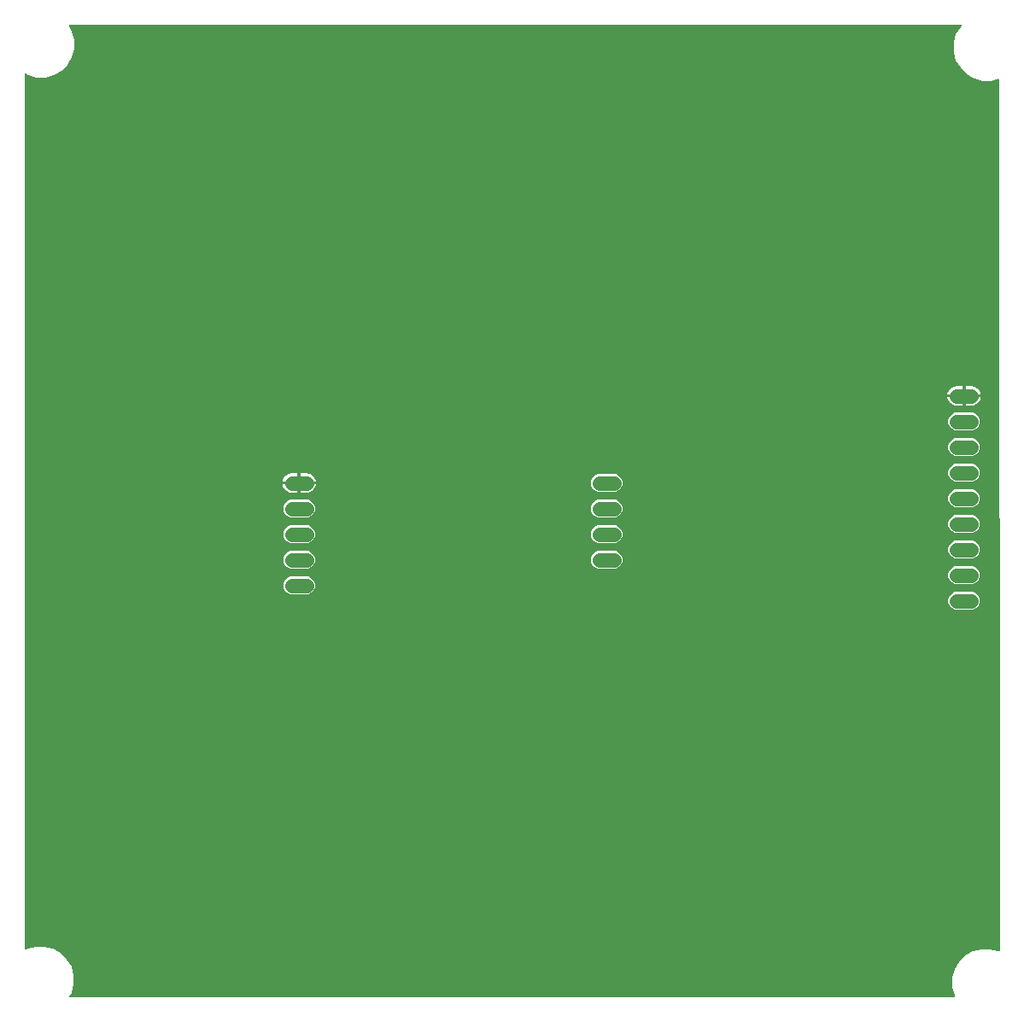
<source format=gbr>
G04 EAGLE Gerber RS-274X export*
G75*
%MOMM*%
%FSLAX34Y34*%
%LPD*%
%INTop Copper*%
%IPPOS*%
%AMOC8*
5,1,8,0,0,1.08239X$1,22.5*%
G01*
%ADD10C,1.408000*%

G36*
X931665Y10760D02*
X931665Y10760D01*
X931759Y10776D01*
X931854Y10784D01*
X931880Y10796D01*
X931908Y10800D01*
X931992Y10845D01*
X932079Y10883D01*
X932100Y10902D01*
X932125Y10915D01*
X932191Y10984D01*
X932261Y11048D01*
X932275Y11073D01*
X932294Y11094D01*
X932334Y11180D01*
X932381Y11263D01*
X932386Y11291D01*
X932398Y11317D01*
X932408Y11412D01*
X932426Y11505D01*
X932422Y11533D01*
X932425Y11562D01*
X932405Y11654D01*
X932391Y11749D01*
X932377Y11781D01*
X932372Y11802D01*
X932355Y11830D01*
X932324Y11902D01*
X931890Y12654D01*
X929639Y21053D01*
X929639Y29747D01*
X931890Y38146D01*
X936237Y45675D01*
X942385Y51823D01*
X949914Y56170D01*
X958313Y58421D01*
X967007Y58421D01*
X975491Y56148D01*
X975502Y56142D01*
X975529Y56139D01*
X975553Y56130D01*
X975651Y56126D01*
X975747Y56115D01*
X975773Y56121D01*
X975799Y56120D01*
X975892Y56147D01*
X975987Y56168D01*
X976010Y56181D01*
X976035Y56189D01*
X976115Y56244D01*
X976198Y56294D01*
X976215Y56314D01*
X976237Y56329D01*
X976295Y56407D01*
X976358Y56481D01*
X976368Y56506D01*
X976384Y56527D01*
X976413Y56619D01*
X976450Y56709D01*
X976453Y56742D01*
X976459Y56761D01*
X976459Y56794D01*
X976468Y56876D01*
X975911Y920533D01*
X975892Y920650D01*
X975874Y920768D01*
X975872Y920772D01*
X975871Y920776D01*
X975816Y920881D01*
X975761Y920986D01*
X975758Y920989D01*
X975756Y920993D01*
X975670Y921074D01*
X975585Y921158D01*
X975581Y921159D01*
X975578Y921162D01*
X975471Y921212D01*
X975363Y921264D01*
X975358Y921264D01*
X975354Y921266D01*
X975238Y921279D01*
X975119Y921293D01*
X975113Y921293D01*
X975110Y921293D01*
X975096Y921290D01*
X974953Y921268D01*
X968277Y919479D01*
X959583Y919479D01*
X951184Y921730D01*
X943655Y926077D01*
X937507Y932225D01*
X933160Y939754D01*
X930909Y948153D01*
X930909Y956847D01*
X933160Y965246D01*
X937507Y972775D01*
X938661Y973929D01*
X938703Y973987D01*
X938752Y974040D01*
X938774Y974087D01*
X938804Y974129D01*
X938825Y974197D01*
X938856Y974263D01*
X938861Y974314D01*
X938876Y974364D01*
X938875Y974436D01*
X938882Y974507D01*
X938871Y974558D01*
X938870Y974610D01*
X938845Y974677D01*
X938830Y974747D01*
X938803Y974792D01*
X938786Y974841D01*
X938741Y974897D01*
X938704Y974959D01*
X938664Y974992D01*
X938632Y975033D01*
X938571Y975072D01*
X938517Y975118D01*
X938469Y975138D01*
X938425Y975166D01*
X938355Y975183D01*
X938289Y975210D01*
X938218Y975218D01*
X938187Y975226D01*
X938163Y975224D01*
X938122Y975228D01*
X54521Y974660D01*
X54427Y974644D01*
X54333Y974636D01*
X54307Y974624D01*
X54279Y974620D01*
X54195Y974575D01*
X54107Y974537D01*
X54086Y974518D01*
X54061Y974505D01*
X53996Y974436D01*
X53925Y974372D01*
X53912Y974347D01*
X53892Y974326D01*
X53852Y974240D01*
X53806Y974157D01*
X53800Y974129D01*
X53788Y974103D01*
X53778Y974009D01*
X53761Y973915D01*
X53765Y973887D01*
X53762Y973859D01*
X53782Y973766D01*
X53795Y973672D01*
X53809Y973639D01*
X53814Y973618D01*
X53831Y973590D01*
X53862Y973518D01*
X56805Y968421D01*
X59056Y960022D01*
X59056Y951328D01*
X56805Y942929D01*
X52458Y935400D01*
X46310Y929252D01*
X38781Y924905D01*
X30382Y922654D01*
X21688Y922654D01*
X13289Y924905D01*
X10706Y926396D01*
X10616Y926430D01*
X10530Y926470D01*
X10502Y926473D01*
X10476Y926483D01*
X10380Y926487D01*
X10285Y926497D01*
X10258Y926491D01*
X10230Y926492D01*
X10138Y926465D01*
X10045Y926445D01*
X10021Y926430D01*
X9994Y926423D01*
X9916Y926368D01*
X9834Y926319D01*
X9816Y926297D01*
X9793Y926281D01*
X9736Y926204D01*
X9674Y926132D01*
X9663Y926106D01*
X9647Y926083D01*
X9618Y925992D01*
X9582Y925903D01*
X9578Y925868D01*
X9572Y925849D01*
X9573Y925816D01*
X9564Y925737D01*
X10123Y58567D01*
X10138Y58473D01*
X10147Y58378D01*
X10158Y58352D01*
X10163Y58324D01*
X10207Y58240D01*
X10246Y58153D01*
X10265Y58132D01*
X10278Y58107D01*
X10347Y58041D01*
X10411Y57971D01*
X10436Y57957D01*
X10457Y57938D01*
X10543Y57898D01*
X10626Y57851D01*
X10654Y57846D01*
X10680Y57834D01*
X10774Y57824D01*
X10868Y57806D01*
X10896Y57810D01*
X10924Y57807D01*
X11017Y57827D01*
X11111Y57841D01*
X11144Y57855D01*
X11164Y57860D01*
X11193Y57877D01*
X11265Y57908D01*
X12654Y58710D01*
X21053Y60961D01*
X29747Y60961D01*
X38146Y58710D01*
X45675Y54363D01*
X51823Y48215D01*
X56170Y40686D01*
X58421Y32287D01*
X58421Y23593D01*
X56170Y15194D01*
X53944Y11338D01*
X53910Y11248D01*
X53870Y11162D01*
X53867Y11134D01*
X53857Y11108D01*
X53853Y11012D01*
X53843Y10917D01*
X53849Y10890D01*
X53848Y10862D01*
X53875Y10770D01*
X53895Y10677D01*
X53910Y10653D01*
X53918Y10626D01*
X53972Y10548D01*
X54022Y10466D01*
X54043Y10448D01*
X54059Y10425D01*
X54136Y10368D01*
X54209Y10306D01*
X54235Y10296D01*
X54257Y10279D01*
X54348Y10250D01*
X54437Y10214D01*
X54472Y10210D01*
X54491Y10204D01*
X54524Y10205D01*
X54603Y10196D01*
X931665Y10760D01*
G37*
%LPC*%
G36*
X932326Y573095D02*
X932326Y573095D01*
X929178Y574399D01*
X926769Y576808D01*
X925465Y579956D01*
X925465Y583364D01*
X926769Y586512D01*
X929178Y588921D01*
X932326Y590225D01*
X949814Y590225D01*
X952962Y588921D01*
X955371Y586512D01*
X956675Y583364D01*
X956675Y579956D01*
X955371Y576808D01*
X952962Y574399D01*
X949814Y573095D01*
X932326Y573095D01*
G37*
%LPD*%
%LPC*%
G36*
X932326Y547695D02*
X932326Y547695D01*
X929178Y548999D01*
X926769Y551408D01*
X925465Y554556D01*
X925465Y557964D01*
X926769Y561112D01*
X929178Y563521D01*
X932326Y564825D01*
X949814Y564825D01*
X952962Y563521D01*
X955371Y561112D01*
X956675Y557964D01*
X956675Y554556D01*
X955371Y551408D01*
X952962Y548999D01*
X949814Y547695D01*
X932326Y547695D01*
G37*
%LPD*%
%LPC*%
G36*
X932326Y522295D02*
X932326Y522295D01*
X929178Y523599D01*
X926769Y526008D01*
X925465Y529156D01*
X925465Y532564D01*
X926769Y535712D01*
X929178Y538121D01*
X932326Y539425D01*
X949814Y539425D01*
X952962Y538121D01*
X955371Y535712D01*
X956675Y532564D01*
X956675Y529156D01*
X955371Y526008D01*
X952962Y523599D01*
X949814Y522295D01*
X932326Y522295D01*
G37*
%LPD*%
%LPC*%
G36*
X577996Y512135D02*
X577996Y512135D01*
X574848Y513439D01*
X572439Y515848D01*
X571135Y518996D01*
X571135Y522404D01*
X572439Y525552D01*
X574848Y527961D01*
X577996Y529265D01*
X595484Y529265D01*
X598632Y527961D01*
X601041Y525552D01*
X602345Y522404D01*
X602345Y518996D01*
X601041Y515848D01*
X598632Y513439D01*
X595484Y512135D01*
X577996Y512135D01*
G37*
%LPD*%
%LPC*%
G36*
X932326Y496895D02*
X932326Y496895D01*
X929178Y498199D01*
X926769Y500608D01*
X925465Y503756D01*
X925465Y507164D01*
X926769Y510312D01*
X929178Y512721D01*
X932326Y514025D01*
X949814Y514025D01*
X952962Y512721D01*
X955371Y510312D01*
X956675Y507164D01*
X956675Y503756D01*
X955371Y500608D01*
X952962Y498199D01*
X949814Y496895D01*
X932326Y496895D01*
G37*
%LPD*%
%LPC*%
G36*
X577996Y486735D02*
X577996Y486735D01*
X574848Y488039D01*
X572439Y490448D01*
X571135Y493596D01*
X571135Y497004D01*
X572439Y500152D01*
X574848Y502561D01*
X577996Y503865D01*
X595484Y503865D01*
X598632Y502561D01*
X601041Y500152D01*
X602345Y497004D01*
X602345Y493596D01*
X601041Y490448D01*
X598632Y488039D01*
X595484Y486735D01*
X577996Y486735D01*
G37*
%LPD*%
%LPC*%
G36*
X273196Y486735D02*
X273196Y486735D01*
X270048Y488039D01*
X267639Y490448D01*
X266335Y493596D01*
X266335Y497004D01*
X267639Y500152D01*
X270048Y502561D01*
X273196Y503865D01*
X290684Y503865D01*
X293832Y502561D01*
X296241Y500152D01*
X297545Y497004D01*
X297545Y493596D01*
X296241Y490448D01*
X293832Y488039D01*
X290684Y486735D01*
X273196Y486735D01*
G37*
%LPD*%
%LPC*%
G36*
X932326Y471495D02*
X932326Y471495D01*
X929178Y472799D01*
X926769Y475208D01*
X925465Y478356D01*
X925465Y481764D01*
X926769Y484912D01*
X929178Y487321D01*
X932326Y488625D01*
X949814Y488625D01*
X952962Y487321D01*
X955371Y484912D01*
X956675Y481764D01*
X956675Y478356D01*
X955371Y475208D01*
X952962Y472799D01*
X949814Y471495D01*
X932326Y471495D01*
G37*
%LPD*%
%LPC*%
G36*
X577996Y461335D02*
X577996Y461335D01*
X574848Y462639D01*
X572439Y465048D01*
X571135Y468196D01*
X571135Y471604D01*
X572439Y474752D01*
X574848Y477161D01*
X577996Y478465D01*
X595484Y478465D01*
X598632Y477161D01*
X601041Y474752D01*
X602345Y471604D01*
X602345Y468196D01*
X601041Y465048D01*
X598632Y462639D01*
X595484Y461335D01*
X577996Y461335D01*
G37*
%LPD*%
%LPC*%
G36*
X273196Y461335D02*
X273196Y461335D01*
X270048Y462639D01*
X267639Y465048D01*
X266335Y468196D01*
X266335Y471604D01*
X267639Y474752D01*
X270048Y477161D01*
X273196Y478465D01*
X290684Y478465D01*
X293832Y477161D01*
X296241Y474752D01*
X297545Y471604D01*
X297545Y468196D01*
X296241Y465048D01*
X293832Y462639D01*
X290684Y461335D01*
X273196Y461335D01*
G37*
%LPD*%
%LPC*%
G36*
X932326Y446095D02*
X932326Y446095D01*
X929178Y447399D01*
X926769Y449808D01*
X925465Y452956D01*
X925465Y456364D01*
X926769Y459512D01*
X929178Y461921D01*
X932326Y463225D01*
X949814Y463225D01*
X952962Y461921D01*
X955371Y459512D01*
X956675Y456364D01*
X956675Y452956D01*
X955371Y449808D01*
X952962Y447399D01*
X949814Y446095D01*
X932326Y446095D01*
G37*
%LPD*%
%LPC*%
G36*
X577996Y435935D02*
X577996Y435935D01*
X574848Y437239D01*
X572439Y439648D01*
X571135Y442796D01*
X571135Y446204D01*
X572439Y449352D01*
X574848Y451761D01*
X577996Y453065D01*
X595484Y453065D01*
X598632Y451761D01*
X601041Y449352D01*
X602345Y446204D01*
X602345Y442796D01*
X601041Y439648D01*
X598632Y437239D01*
X595484Y435935D01*
X577996Y435935D01*
G37*
%LPD*%
%LPC*%
G36*
X273196Y435935D02*
X273196Y435935D01*
X270048Y437239D01*
X267639Y439648D01*
X266335Y442796D01*
X266335Y446204D01*
X267639Y449352D01*
X270048Y451761D01*
X273196Y453065D01*
X290684Y453065D01*
X293832Y451761D01*
X296241Y449352D01*
X297545Y446204D01*
X297545Y442796D01*
X296241Y439648D01*
X293832Y437239D01*
X290684Y435935D01*
X273196Y435935D01*
G37*
%LPD*%
%LPC*%
G36*
X932326Y420695D02*
X932326Y420695D01*
X929178Y421999D01*
X926769Y424408D01*
X925465Y427556D01*
X925465Y430964D01*
X926769Y434112D01*
X929178Y436521D01*
X932326Y437825D01*
X949814Y437825D01*
X952962Y436521D01*
X955371Y434112D01*
X956675Y430964D01*
X956675Y427556D01*
X955371Y424408D01*
X952962Y421999D01*
X949814Y420695D01*
X932326Y420695D01*
G37*
%LPD*%
%LPC*%
G36*
X273196Y410535D02*
X273196Y410535D01*
X270048Y411839D01*
X267639Y414248D01*
X266335Y417396D01*
X266335Y420804D01*
X267639Y423952D01*
X270048Y426361D01*
X273196Y427665D01*
X290684Y427665D01*
X293832Y426361D01*
X296241Y423952D01*
X297545Y420804D01*
X297545Y417396D01*
X296241Y414248D01*
X293832Y411839D01*
X290684Y410535D01*
X273196Y410535D01*
G37*
%LPD*%
%LPC*%
G36*
X932326Y395295D02*
X932326Y395295D01*
X929178Y396599D01*
X926769Y399008D01*
X925465Y402156D01*
X925465Y405564D01*
X926769Y408712D01*
X929178Y411121D01*
X932326Y412425D01*
X949814Y412425D01*
X952962Y411121D01*
X955371Y408712D01*
X956675Y405564D01*
X956675Y402156D01*
X955371Y399008D01*
X952962Y396599D01*
X949814Y395295D01*
X932326Y395295D01*
G37*
%LPD*%
%LPC*%
G36*
X942593Y608583D02*
X942593Y608583D01*
X942593Y616641D01*
X948864Y616641D01*
X950353Y616405D01*
X951788Y615939D01*
X953131Y615254D01*
X954352Y614368D01*
X955418Y613302D01*
X956304Y612081D01*
X956989Y610738D01*
X957455Y609303D01*
X957569Y608583D01*
X942593Y608583D01*
G37*
%LPD*%
%LPC*%
G36*
X283463Y522223D02*
X283463Y522223D01*
X283463Y530281D01*
X289734Y530281D01*
X291223Y530045D01*
X292658Y529579D01*
X294001Y528894D01*
X295222Y528008D01*
X296288Y526942D01*
X297174Y525721D01*
X297859Y524378D01*
X298325Y522943D01*
X298439Y522223D01*
X283463Y522223D01*
G37*
%LPD*%
%LPC*%
G36*
X924571Y608583D02*
X924571Y608583D01*
X924685Y609303D01*
X925151Y610738D01*
X925836Y612081D01*
X926722Y613302D01*
X927788Y614368D01*
X929009Y615254D01*
X930352Y615939D01*
X931787Y616405D01*
X933276Y616641D01*
X939547Y616641D01*
X939547Y608583D01*
X924571Y608583D01*
G37*
%LPD*%
%LPC*%
G36*
X265441Y522223D02*
X265441Y522223D01*
X265555Y522943D01*
X266021Y524378D01*
X266706Y525721D01*
X267592Y526942D01*
X268658Y528008D01*
X269879Y528894D01*
X271222Y529579D01*
X272657Y530045D01*
X274146Y530281D01*
X280417Y530281D01*
X280417Y522223D01*
X265441Y522223D01*
G37*
%LPD*%
%LPC*%
G36*
X942593Y597479D02*
X942593Y597479D01*
X942593Y605537D01*
X957569Y605537D01*
X957455Y604817D01*
X956989Y603382D01*
X956304Y602039D01*
X955418Y600818D01*
X954352Y599752D01*
X953131Y598866D01*
X951788Y598181D01*
X950353Y597715D01*
X948864Y597479D01*
X942593Y597479D01*
G37*
%LPD*%
%LPC*%
G36*
X283463Y511119D02*
X283463Y511119D01*
X283463Y519177D01*
X298439Y519177D01*
X298325Y518457D01*
X297859Y517022D01*
X297174Y515679D01*
X296288Y514458D01*
X295222Y513392D01*
X294001Y512506D01*
X292658Y511821D01*
X291223Y511355D01*
X289734Y511119D01*
X283463Y511119D01*
G37*
%LPD*%
%LPC*%
G36*
X933276Y597479D02*
X933276Y597479D01*
X931787Y597715D01*
X930352Y598181D01*
X929009Y598866D01*
X927788Y599752D01*
X926722Y600818D01*
X925836Y602039D01*
X925151Y603382D01*
X924685Y604817D01*
X924571Y605537D01*
X939547Y605537D01*
X939547Y597479D01*
X933276Y597479D01*
G37*
%LPD*%
%LPC*%
G36*
X274146Y511119D02*
X274146Y511119D01*
X272657Y511355D01*
X271222Y511821D01*
X269879Y512506D01*
X268658Y513392D01*
X267592Y514458D01*
X266706Y515679D01*
X266021Y517022D01*
X265555Y518457D01*
X265441Y519177D01*
X280417Y519177D01*
X280417Y511119D01*
X274146Y511119D01*
G37*
%LPD*%
%LPC*%
G36*
X941069Y607059D02*
X941069Y607059D01*
X941069Y607061D01*
X941071Y607061D01*
X941071Y607059D01*
X941069Y607059D01*
G37*
%LPD*%
%LPC*%
G36*
X281939Y520699D02*
X281939Y520699D01*
X281939Y520701D01*
X281941Y520701D01*
X281941Y520699D01*
X281939Y520699D01*
G37*
%LPD*%
D10*
X274900Y520700D02*
X288980Y520700D01*
X288980Y495300D02*
X274900Y495300D01*
X274900Y469900D02*
X288980Y469900D01*
X288980Y444500D02*
X274900Y444500D01*
X274900Y419100D02*
X288980Y419100D01*
X579700Y444500D02*
X593780Y444500D01*
X593780Y520700D02*
X579700Y520700D01*
X579700Y495300D02*
X593780Y495300D01*
X593780Y469900D02*
X579700Y469900D01*
X934030Y607060D02*
X948110Y607060D01*
X948110Y581660D02*
X934030Y581660D01*
X934030Y556260D02*
X948110Y556260D01*
X948110Y530860D02*
X934030Y530860D01*
X934030Y505460D02*
X948110Y505460D01*
X948110Y480060D02*
X934030Y480060D01*
X934030Y454660D02*
X948110Y454660D01*
X948110Y429260D02*
X934030Y429260D01*
X934030Y403860D02*
X948110Y403860D01*
M02*

</source>
